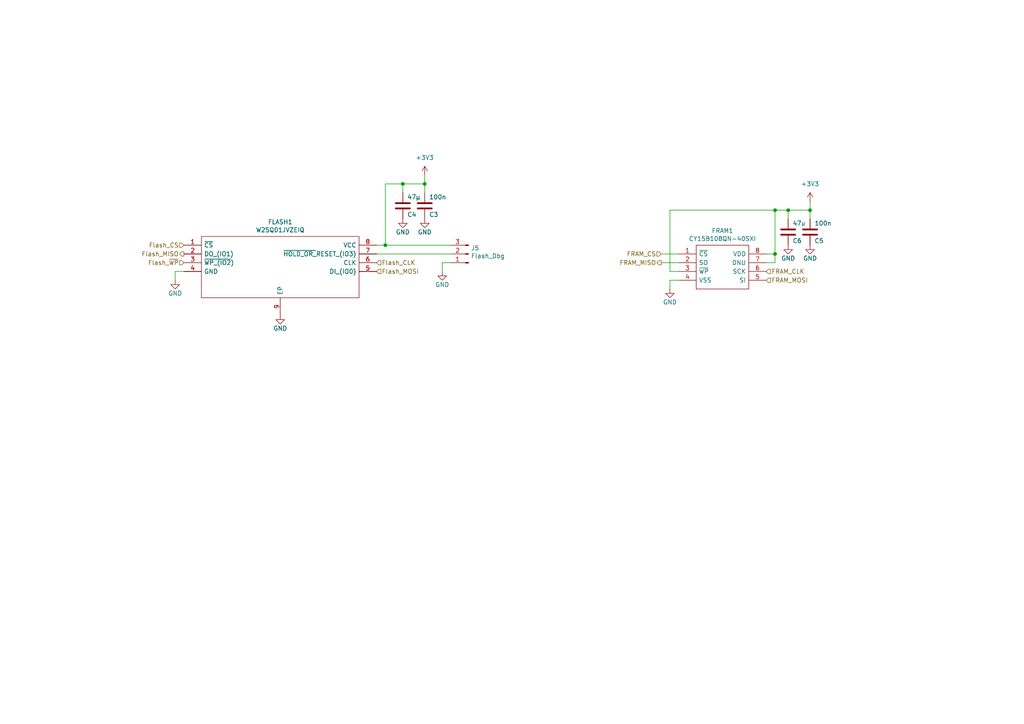
<source format=kicad_sch>
(kicad_sch (version 20211123) (generator eeschema)
  (paper "A4")
  (lib_symbols
    (symbol "Connector:Conn_01x03_Male" (pin_names (offset 1.016) hide)
      (property "Reference" "J" (at 0 5.08 0))
      (property "Value" "Conn_01x03_Male" (at 0 -5.08 0))
      (symbol "Conn_01x03_Male_1_1"
        (polyline (pts (xy 1.27 -2.54) (xy 0.8636 -2.54)) (stroke (width 0.1524)))
        (polyline (pts (xy 1.27 0) (xy 0.8636 0)) (stroke (width 0.1524)))
        (polyline (pts (xy 1.27 2.54) (xy 0.8636 2.54)) (stroke (width 0.1524)))
        (rectangle (start 0.8636 -2.413) (end 0 -2.667) (stroke (width 0.1524)) (fill (type outline)))
        (rectangle (start 0.8636 0.127) (end 0 -0.127) (stroke (width 0.1524)) (fill (type outline)))
        (rectangle (start 0.8636 2.667) (end 0 2.413) (stroke (width 0.1524)) (fill (type outline)))
        (pin passive line (at 5.08 2.54 180) (length 3.81) (name "Pin_1") (number "1"))
        (pin passive line (at 5.08 0 180) (length 3.81) (name "Pin_2") (number "2"))
        (pin passive line (at 5.08 -2.54 180) (length 3.81) (name "Pin_3") (number "3"))
      )
    )
    (symbol "Device:C" (pin_numbers hide) (pin_names (offset 0.254))
      (property "Reference" "C" (at 0.635 2.54 0))
      (property "Value" "C" (at 0.635 -2.54 0))
      (symbol "C_0_1"
        (polyline (pts (xy -2.032 -0.762) (xy 2.032 -0.762)) (stroke (width 0.508)))
        (polyline (pts (xy -2.032 0.762) (xy 2.032 0.762)) (stroke (width 0.508)))
      )
      (symbol "C_1_1"
        (pin passive line (at 0 3.81 270) (length 2.794) (name "~") (number "1"))
        (pin passive line (at 0 -3.81 90) (length 2.794) (name "~") (number "2"))
      )
    )
    (symbol "STS1_COBC_V2-rescue:CY15B108QN-40SXI-CY15B108QN-40SXI" (pin_names (offset 0.762))
      (property "Reference" "IC" (at 21.59 7.62 0))
      (property "Value" "CY15B108QN-40SXI-CY15B108QN-40SXI" (at 21.59 5.08 0))
      (symbol "CY15B108QN-40SXI-CY15B108QN-40SXI_0_0"
        (pin passive line (at 0 0 0) (length 5.08) (name "~{CS}") (number "1"))
        (pin passive line (at 0 -2.54 0) (length 5.08) (name "SO") (number "2"))
        (pin passive line (at 0 -5.08 0) (length 5.08) (name "~{WP}") (number "3"))
        (pin passive line (at 0 -7.62 0) (length 5.08) (name "VSS") (number "4"))
        (pin passive line (at 25.4 -7.62 180) (length 5.08) (name "SI") (number "5"))
        (pin passive line (at 25.4 -5.08 180) (length 5.08) (name "SCK") (number "6"))
        (pin passive line (at 25.4 -2.54 180) (length 5.08) (name "DNU") (number "7"))
        (pin passive line (at 25.4 0 180) (length 5.08) (name "VDD") (number "8"))
      )
      (symbol "CY15B108QN-40SXI-CY15B108QN-40SXI_0_1"
        (polyline (pts (xy 5.08 2.54) (xy 20.32 2.54) (xy 20.32 -10.16) (xy 5.08 -10.16) (xy 5.08 2.54)) (stroke (width 0.1524)))
      )
    )
    (symbol "STS1_COBC_V2-rescue:W25Q01JVZEIQ-W25Q01JVZEIQ" (pin_names (offset 0.762))
      (property "Reference" "IC" (at 52.07 7.62 0))
      (property "Value" "W25Q01JVZEIQ-W25Q01JVZEIQ" (at 52.07 5.08 0))
      (symbol "W25Q01JVZEIQ-W25Q01JVZEIQ_0_0"
        (pin passive line (at 0 0 0) (length 5.08) (name "~{CS}") (number "1"))
        (pin passive line (at 0 -2.54 0) (length 5.08) (name "DO_(IO1)") (number "2"))
        (pin passive line (at 0 -5.08 0) (length 5.08) (name "~{WP_(IO2})") (number "3"))
        (pin passive line (at 0 -7.62 0) (length 5.08) (name "GND") (number "4"))
        (pin passive line (at 55.88 -7.62 180) (length 5.08) (name "DI_(IO0)") (number "5"))
        (pin passive line (at 55.88 -5.08 180) (length 5.08) (name "CLK") (number "6"))
        (pin passive line (at 55.88 -2.54 180) (length 5.08) (name "~{HOLD_OR_}RESET_(IO3)") (number "7"))
        (pin passive line (at 55.88 0 180) (length 5.08) (name "VCC") (number "8"))
        (pin passive line (at 27.94 -20.32 90) (length 5.08) (name "EP") (number "9"))
      )
      (symbol "W25Q01JVZEIQ-W25Q01JVZEIQ_0_1"
        (polyline (pts (xy 5.08 2.54) (xy 50.8 2.54) (xy 50.8 -15.24) (xy 5.08 -15.24) (xy 5.08 2.54)) (stroke (width 0.1524)))
      )
    )
    (symbol "power:+3V3" (power) (pin_names (offset 0))
      (property "Value" "+3V3" (at 0 3.556 0))
      (symbol "+3V3_0_1"
        (polyline (pts (xy -0.762 1.27) (xy 0 2.54)))
        (polyline (pts (xy 0 0) (xy 0 2.54)))
        (polyline (pts (xy 0 2.54) (xy 0.762 1.27)))
      )
      (symbol "+3V3_1_1"
        (pin power_in line (at 0 0 90) (length 0) hide (name "+3V3") (number "1"))
      )
    )
    (symbol "power:GND" (power) (pin_names (offset 0))
      (property "Value" "GND" (at 0 -3.81 0))
      (symbol "GND_0_1"
        (polyline (pts (xy 0 0) (xy 0 -1.27) (xy 1.27 -1.27) (xy 0 -2.54) (xy -1.27 -1.27) (xy 0 -1.27)))
      )
      (symbol "GND_1_1"
        (pin power_in line (at 0 0 270) (length 0) hide (name "GND") (number "1"))
      )
    )
  )
  (junction (at 111.76 71.12))
  (junction (at 116.84 53.34))
  (junction (at 224.79 73.66))
  (junction (at 234.95 60.96))
  (junction (at 123.19 53.34))
  (junction (at 228.6 60.96))
  (junction (at 224.79 60.96))
  (wire (pts (xy 222.25 76.2) (xy 224.79 76.2)))
  (wire (pts (xy 228.6 60.96) (xy 234.95 60.96)))
  (wire (pts (xy 111.76 53.34) (xy 116.84 53.34)))
  (wire (pts (xy 109.22 73.66) (xy 130.81 73.66)))
  (wire (pts (xy 50.8 81.28) (xy 50.8 78.74)))
  (wire (pts (xy 123.19 50.8) (xy 123.19 53.34)))
  (wire (pts (xy 224.79 73.66) (xy 222.25 73.66)))
  (wire (pts (xy 111.76 71.12) (xy 130.81 71.12)))
  (wire (pts (xy 128.27 76.2) (xy 130.81 76.2)))
  (wire (pts (xy 194.31 81.28) (xy 196.85 81.28)))
  (wire (pts (xy 194.31 78.74) (xy 196.85 78.74)))
  (wire (pts (xy 194.31 60.96) (xy 224.79 60.96)))
  (wire (pts (xy 234.95 58.42) (xy 234.95 60.96)))
  (wire (pts (xy 116.84 55.88) (xy 116.84 53.34)))
  (wire (pts (xy 224.79 60.96) (xy 224.79 73.66)))
  (wire (pts (xy 128.27 78.74) (xy 128.27 76.2)))
  (wire (pts (xy 116.84 53.34) (xy 123.19 53.34)))
  (wire (pts (xy 191.77 76.2) (xy 196.85 76.2)))
  (wire (pts (xy 234.95 60.96) (xy 234.95 63.5)))
  (wire (pts (xy 191.77 73.66) (xy 196.85 73.66)))
  (wire (pts (xy 224.79 73.66) (xy 224.79 76.2)))
  (wire (pts (xy 194.31 83.82) (xy 194.31 81.28)))
  (wire (pts (xy 111.76 53.34) (xy 111.76 71.12)))
  (wire (pts (xy 194.31 78.74) (xy 194.31 60.96)))
  (wire (pts (xy 50.8 78.74) (xy 53.34 78.74)))
  (wire (pts (xy 224.79 60.96) (xy 228.6 60.96)))
  (wire (pts (xy 109.22 71.12) (xy 111.76 71.12)))
  (wire (pts (xy 228.6 60.96) (xy 228.6 63.5)))
  (wire (pts (xy 123.19 53.34) (xy 123.19 55.88)))
  (hierarchical_label "FRAM_CS" (shape input) (at 191.77 73.66 180))
  (hierarchical_label "FRAM_MOSI" (shape input) (at 222.25 81.28 0))
  (hierarchical_label "Flash_MOSI" (shape input) (at 109.22 78.74 0))
  (hierarchical_label "Flash_CS" (shape input) (at 53.34 71.12 180))
  (hierarchical_label "FRAM_CLK" (shape input) (at 222.25 78.74 0))
  (hierarchical_label "Flash_MISO" (shape output) (at 53.34 73.66 180))
  (hierarchical_label "Flash_CLK" (shape input) (at 109.22 76.2 0))
  (hierarchical_label "Flash_~{WP}" (shape input) (at 53.34 76.2 180))
  (hierarchical_label "FRAM_MISO" (shape output) (at 191.77 76.2 180))
  (symbol (lib_id "power:GND") (at 194.31 83.82 0) (unit 1)
    (property "Reference" "#PWR021" (effects hide))
    (property "Value" "GND" (at 194.31 87.63 0))
  )
  (symbol (lib_id "STS1_COBC_V2-rescue:W25Q01JVZEIQ-W25Q01JVZEIQ") (at 53.34 71.12 0) (unit 1)
    (property "Reference" "FLASH1" (at 81.28 64.389 0))
    (property "Value" "W25Q01JVZEIQ" (at 81.28 66.7004 0))
    (property "Footprint" "STSLib:SON127P800X600X80-9N-D" (effects hide))
    (property "Datasheet" "https://4donline.ihs.com/images/VipMasterIC/IC/WBND/WBND-S-A0009189314/WBND-S-A0009189314-1.pdf?hkey=EF798316E3902B6ED9A73243A3159BB0" (effects hide))
    (property "Description" "NOR Flash spiFlash, 1G-bit, 4Kb Uniform Sector" (effects hide))
    (property "Height" "0.8" (effects hide))
    (property "Manufacturer_Name" "Winbond" (effects hide))
    (property "Manufacturer_Part_Number" "W25Q01JVZEIQ" (effects hide))
    (property "Mouser Part Number" "454-W25Q01JVZEIQ" (effects hide))
    (property "Mouser Price/Stock" "https://www.mouser.co.uk/ProductDetail/Winbond/W25Q01JVZEIQ?qs=YwPsRIUVAOcr57sw9ZL5fQ%3D%3D" (effects hide))
    (property "Arrow Part Number" "W25Q01JVZEIQ" (effects hide))
    (property "Arrow Price/Stock" "https://www.arrow.com/en/products/w25q01jvzeiq/winbond-electronics" (effects hide))
  )
  (symbol (lib_id "STS1_COBC_V2-rescue:CY15B108QN-40SXI-CY15B108QN-40SXI") (at 196.85 73.66 0) (unit 1)
    (property "Reference" "FRAM1" (at 209.55 66.929 0))
    (property "Value" "CY15B108QN-40SXI" (at 209.55 69.2404 0))
    (property "Footprint" "STSLib:SOIC127P800X203-8N" (effects hide))
    (property "Datasheet" "https://www.cypress.com/file/444186/download" (effects hide))
    (property "Description" "CY15B108QN-40SXI" (effects hide))
    (property "Height" "2.03" (effects hide))
    (property "Manufacturer_Name" "Cypress Semiconductor" (effects hide))
    (property "Manufacturer_Part_Number" "CY15B108QN-40SXI" (effects hide))
    (property "Mouser Part Number" "727-CY15B108QN-40SXI" (effects hide))
    (property "Mouser Price/Stock" "https://www.mouser.co.uk/ProductDetail/Cypress-Semiconductor/CY15B108QN-40SXI?qs=P1JMDcb91o4DSS%2FkAQM5uA%3D%3D" (effects hide))
    (property "Arrow Part Number" "CY15B108QN-40SXI" (effects hide))
    (property "Arrow Price/Stock" "https://www.arrow.com/en/products/cy15b108qn-40sxi/cypress-semiconductor?region=nac" (effects hide))
  )
  (symbol (lib_id "Device:C") (at 123.19 59.69 180) (unit 1)
    (property "Reference" "C3" (at 124.46 62.23 0) (effects (justify right)))
    (property "Value" "100n" (at 124.46 57.15 0) (effects (justify right)))
    (property "Footprint" "Capacitor_SMD:C_0603_1608Metric" (effects hide))
  )
  (symbol (lib_id "Device:C") (at 116.84 59.69 180) (unit 1)
    (property "Reference" "C4" (at 118.11 62.23 0) (effects (justify right)))
    (property "Value" "47µ" (at 118.11 57.15 0) (effects (justify right)))
    (property "Footprint" "Capacitor_SMD:C_0603_1608Metric" (effects hide))
  )
  (symbol (lib_id "Device:C") (at 234.95 67.31 180) (unit 1)
    (property "Reference" "C5" (at 236.22 69.85 0) (effects (justify right)))
    (property "Value" "100n" (at 236.22 64.77 0) (effects (justify right)))
    (property "Footprint" "Capacitor_SMD:C_0603_1608Metric" (effects hide))
  )
  (symbol (lib_id "Device:C") (at 228.6 67.31 180) (unit 1)
    (property "Reference" "C6" (at 229.87 69.85 0) (effects (justify right)))
    (property "Value" "47u" (at 229.87 64.77 0) (effects (justify right)))
    (property "Footprint" "Capacitor_SMD:C_0603_1608Metric" (effects hide))
  )
  (symbol (lib_id "power:GND") (at 128.27 78.74 0) (unit 1)
    (property "Reference" "#PWR020" (effects hide))
    (property "Value" "GND" (at 128.27 82.55 0))
  )
  (symbol (lib_id "Connector:Conn_01x03_Male") (at 135.89 73.66 180) (unit 1)
    (property "Reference" "J5" (at 136.6012 71.9328 0) (effects (justify right)))
    (property "Value" "Flash_Dbg" (at 136.6012 74.2442 0) (effects (justify right)))
    (property "Footprint" "STS1library:PinHeader_1x03_P2.54mm_Vertical_umdieEcke" (effects hide))
  )
  (symbol (lib_id "power:+3V3") (at 123.19 50.8 0) (unit 1)
    (property "Reference" "#PWR0106" (effects hide))
    (property "Value" "+3V3" (at 123.19 45.72 0))
  )
  (symbol (lib_id "power:GND") (at 123.19 63.5 0) (unit 1)
    (property "Reference" "#PWR0144" (effects hide))
    (property "Value" "GND" (at 123.19 67.31 0))
  )
  (symbol (lib_id "power:GND") (at 234.95 71.12 0) (unit 1)
    (property "Reference" "#PWR0151" (effects hide))
    (property "Value" "GND" (at 234.95 74.93 0))
  )
  (symbol (lib_id "power:GND") (at 50.8 81.28 0) (unit 1)
    (property "Reference" "#PWR0146" (effects hide))
    (property "Value" "GND" (at 50.8 85.09 0))
  )
  (symbol (lib_id "power:GND") (at 81.28 91.44 0) (unit 1)
    (property "Reference" "#PWR0145" (effects hide))
    (property "Value" "GND" (at 81.28 95.25 0))
  )
  (symbol (lib_id "power:GND") (at 228.6 71.12 0) (unit 1)
    (property "Reference" "#PWR0147" (effects hide))
    (property "Value" "GND" (at 228.6 74.93 0))
  )
  (symbol (lib_id "power:+3V3") (at 234.95 58.42 0) (unit 1)
    (property "Reference" "#PWR0105" (effects hide))
    (property "Value" "+3V3" (at 234.95 53.34 0))
  )
  (symbol (lib_id "power:GND") (at 116.84 63.5 0) (unit 1)
    (property "Reference" "#PWR0131" (effects hide))
    (property "Value" "GND" (at 116.84 67.31 0))
  )
)
</source>
